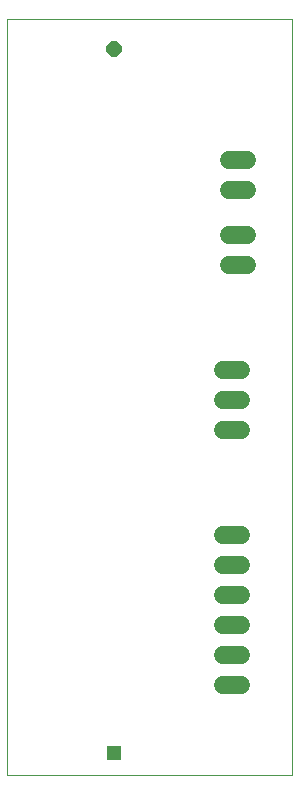
<source format=gbs>
G75*
%MOIN*%
%OFA0B0*%
%FSLAX24Y24*%
%IPPOS*%
%LPD*%
%AMOC8*
5,1,8,0,0,1.08239X$1,22.5*
%
%ADD10C,0.0000*%
%ADD11OC8,0.0502*%
%ADD12R,0.0502X0.0502*%
%ADD13C,0.0600*%
D10*
X000180Y000180D02*
X000180Y025380D01*
X009680Y025380D01*
X009680Y000180D01*
X000180Y000180D01*
D11*
X003727Y024370D03*
D12*
X003727Y000905D03*
D13*
X007380Y003180D02*
X007980Y003180D01*
X007980Y004180D02*
X007380Y004180D01*
X007380Y005180D02*
X007980Y005180D01*
X007980Y006180D02*
X007380Y006180D01*
X007380Y007180D02*
X007980Y007180D01*
X007980Y008180D02*
X007380Y008180D01*
X007380Y011680D02*
X007980Y011680D01*
X007980Y012680D02*
X007380Y012680D01*
X007380Y013680D02*
X007980Y013680D01*
X008180Y017180D02*
X007580Y017180D01*
X007580Y018180D02*
X008180Y018180D01*
X008180Y019680D02*
X007580Y019680D01*
X007580Y020680D02*
X008180Y020680D01*
M02*

</source>
